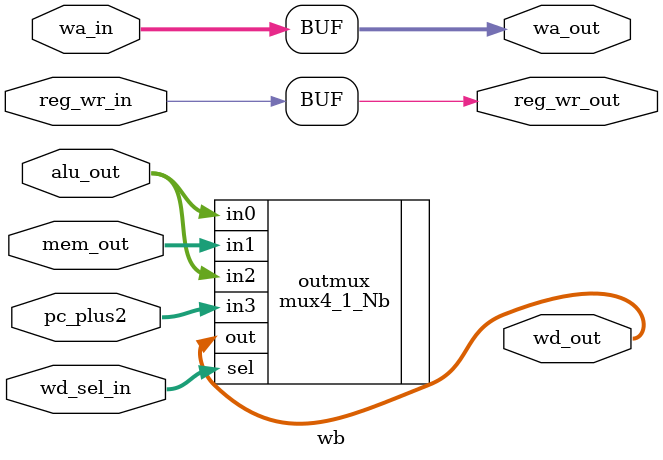
<source format=v>
`default_nettype none
module wb(
  input  wire [15:0] pc_plus2/*,cond_out*/, mem_out, alu_out,
  input  wire  [2:0] wa_in,
  input  wire  [1:0] wd_sel_in,
  input  wire        reg_wr_in,
  output wire [15:0] wd_out,
  output wire  [2:0] wa_out,
  output wire        reg_wr_out
);

  // output mux
  mux4_1_Nb #(.N(16)) outmux(
    .out(wd_out),
    .in0(alu_out),
    .in1(mem_out),
    .in2(/*cond_out*/alu_out),
    .in3(pc_plus2),
    .sel(wd_sel_in));

  // passthrough
  assign wa_out = wa_in;
  assign reg_wr_out = reg_wr_in;

endmodule
`default_nettype wire

</source>
